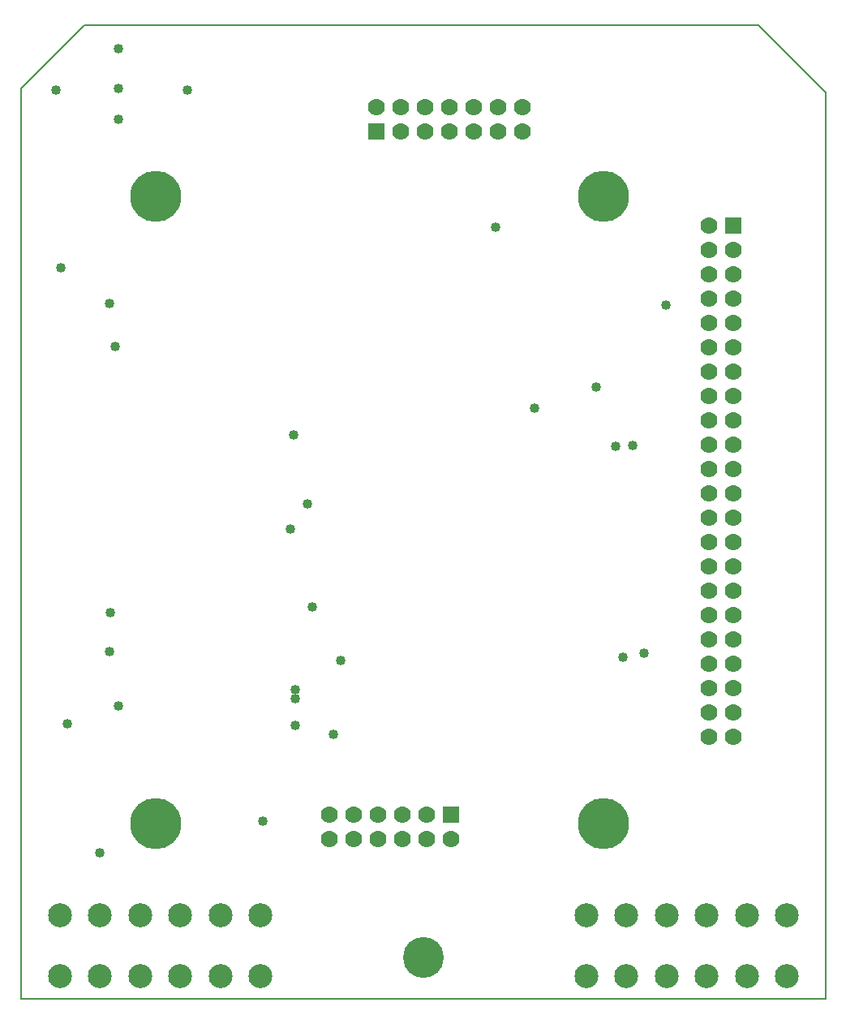
<source format=gbr>
G04 GENERATED BY PULSONIX 12.5 GERBER.DLL 9362*
G04 #@! TF.GenerationSoftware,Pulsonix,Pulsonix,12.5.9360*
G04 #@! TF.CreationDate,2023-08-16T02:30:59+04:00*
G04 #@! TF.Part,Single*
%INCOMPARATOR INTERFACE V2*%
%LNBOTTOM SOLDER MASK*%
%FSLAX35Y35*%
%LPD*%
%MOIN*%
G04 #@! TF.FileFunction,Soldermask,Bot*
G04 #@! TF.FilePolarity,Negative*
G04 #@! TA.AperFunction,ComponentPad*
%ADD15R,0.07000X0.07000*%
%ADD16C,0.07000*%
G04 #@! TA.AperFunction,Profile*
%ADD152C,0.00600*%
G04 #@! TA.AperFunction,ViaPad*
%ADD153C,0.04000*%
G04 #@! TA.AperFunction,WasherPad*
%ADD154C,0.21000*%
%ADD155C,0.16748*%
G04 #@! TA.AperFunction,ComponentPad*
%ADD158C,0.09858*%
G04 #@! TD.AperFunction*
X0Y0D02*
D02*
D15*
X146412Y1410002D03*
X177012Y1129202D03*
X293212Y1371202D03*
D02*
D16*
X127012Y1119202D03*
Y1129202D03*
X137012Y1119202D03*
Y1129202D03*
X146412Y1420002D03*
X147012Y1119202D03*
Y1129202D03*
X156412Y1410002D03*
Y1420002D03*
X157012Y1119202D03*
Y1129202D03*
X166412Y1410002D03*
Y1420002D03*
X167012Y1119202D03*
Y1129202D03*
X176412Y1410002D03*
Y1420002D03*
X177012Y1119202D03*
X186412Y1410002D03*
Y1420002D03*
X196412Y1410002D03*
Y1420002D03*
X206412Y1410002D03*
Y1420002D03*
X283212Y1161202D03*
Y1171202D03*
Y1181202D03*
Y1191202D03*
Y1201202D03*
Y1211202D03*
Y1221202D03*
Y1231202D03*
Y1241202D03*
Y1251202D03*
Y1261202D03*
Y1271202D03*
Y1281202D03*
Y1291202D03*
Y1301202D03*
Y1311202D03*
Y1321202D03*
Y1331202D03*
Y1341202D03*
Y1351202D03*
Y1361202D03*
Y1371202D03*
X293212Y1161202D03*
Y1171202D03*
Y1181202D03*
Y1191202D03*
Y1201202D03*
Y1211202D03*
Y1221202D03*
Y1231202D03*
Y1241202D03*
Y1251202D03*
Y1261202D03*
Y1271202D03*
Y1281202D03*
Y1291202D03*
Y1301202D03*
Y1311202D03*
Y1321202D03*
Y1331202D03*
Y1341202D03*
Y1351202D03*
Y1361202D03*
D02*
D152*
X26284Y1453600D02*
X303450D01*
X331009Y1426041D01*
Y1053600D01*
X300D01*
Y1427616D01*
X26284Y1453600D01*
D02*
D153*
X14854Y1426800D03*
X16654Y1354100D03*
X19254Y1166700D03*
X32854Y1113500D03*
X36654Y1196300D03*
X36854Y1339300D03*
X37054Y1212300D03*
X39054Y1321500D03*
X40254Y1427500D03*
Y1443900D03*
X40454Y1174100D03*
Y1414900D03*
X49358Y1065096D03*
X68854Y1426800D03*
X99654Y1126500D03*
X111054Y1246600D03*
X112431Y1285400D03*
X113054Y1165900D03*
Y1176900D03*
Y1180500D03*
X118054Y1256800D03*
X120054Y1214700D03*
X128654Y1162300D03*
X131654Y1192700D03*
X195254Y1370700D03*
X211454Y1296300D03*
X236854Y1305100D03*
X244654Y1280500D03*
X247654Y1193900D03*
X251654Y1280900D03*
X256454Y1195500D03*
X265454Y1338700D03*
D02*
D154*
X55612Y1125778D03*
Y1383278D03*
X239612Y1125778D03*
Y1383278D03*
D02*
D155*
X165654Y1070762D03*
D02*
D158*
X16366Y1063046D03*
Y1088046D03*
X32862Y1063046D03*
Y1088046D03*
X49358Y1063046D03*
Y1088046D03*
X65854Y1063046D03*
Y1088046D03*
X82350Y1063046D03*
Y1088046D03*
X98846Y1063046D03*
Y1088046D03*
X232662Y1063046D03*
Y1088046D03*
X249158Y1063046D03*
Y1088046D03*
X265654Y1063046D03*
Y1088046D03*
X282150Y1063046D03*
Y1088046D03*
X298646Y1063046D03*
Y1088046D03*
X315142Y1063046D03*
Y1088046D03*
X0Y0D02*
M02*

</source>
